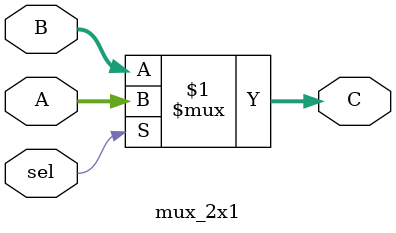
<source format=v>
`timescale 1ns / 1ps


module mux_2x1(
    input [5:0] A,
    input [5:0] B,
    input sel,
    output  [5:0] C
    );
       
    assign C=(sel)? A:B; 
//    always@(*)begin
//     case(sel)
//        1'b0:C=A;
//        1'b1:C=B;
//     endcase
//    end
     
endmodule

</source>
